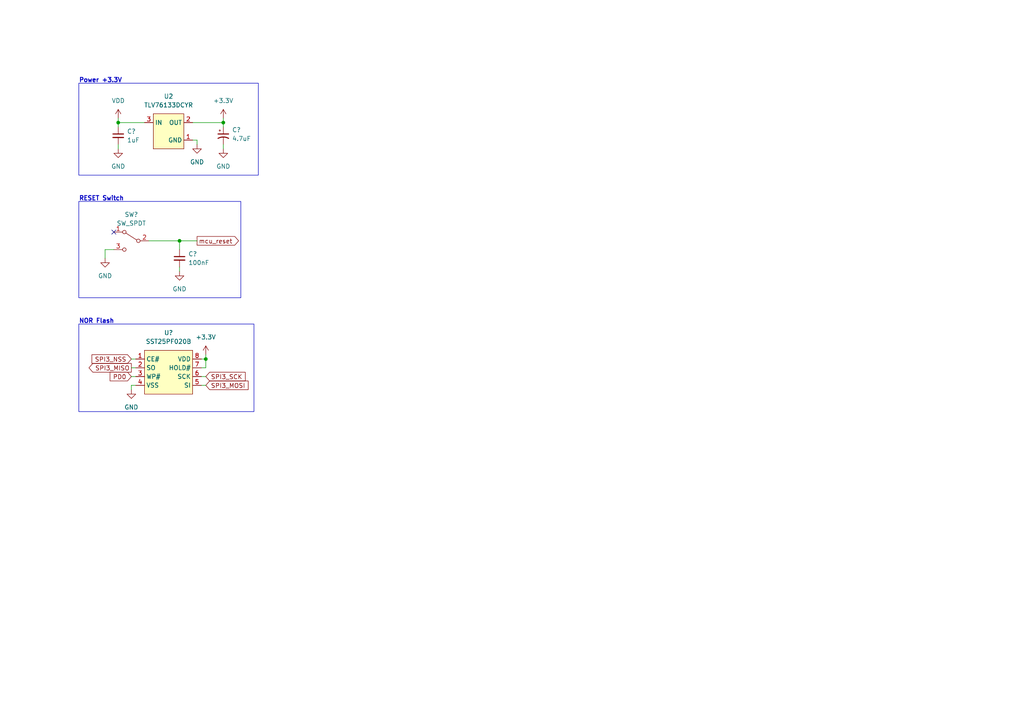
<source format=kicad_sch>
(kicad_sch (version 20230121) (generator eeschema)
  (paper "A4")
  (title_block (title "STM32G4 MAZE V1.0") (date "2023-08-16") (company "MAZE"))
  (lib_symbols
    (symbol "Device:C_Polarized_Small_US" (pin_numbers hide) (pin_names (offset 0.254) hide)
      (property "Reference" "C" (at 0.254 1.778 0))
      (property "Value" "C_Polarized_Small_US" (at 0.254 -2.032 0))
      (symbol "C_Polarized_Small_US_0_1"
        (polyline (pts (xy -1.524 0.508) (xy 1.524 0.508)) (stroke (width 0.3048)))
        (polyline (pts (xy -1.27 1.524) (xy -0.762 1.524)))
        (polyline (pts (xy -1.016 1.27) (xy -1.016 1.778)))
        (arc (start 1.524 -0.762) (mid 0 -0.3734) (end -1.524 -0.762) (stroke (width 0.3048)))
      )
      (symbol "C_Polarized_Small_US_1_1"
        (pin passive line (at 0 2.54 270) (length 2.032) (name "~") (number "1"))
        (pin passive line (at 0 -2.54 90) (length 2.032) (name "~") (number "2"))
      )
    )
    (symbol "Device:C_Small" (pin_numbers hide) (pin_names (offset 0.254) hide)
      (property "Reference" "C" (at 0.254 1.778 0))
      (property "Value" "C_Small" (at 0.254 -2.032 0))
      (symbol "C_Small_0_1"
        (polyline (pts (xy -1.524 -0.508) (xy 1.524 -0.508)) (stroke (width 0.3302)))
        (polyline (pts (xy -1.524 0.508) (xy 1.524 0.508)) (stroke (width 0.3048)))
      )
      (symbol "C_Small_1_1"
        (pin passive line (at 0 2.54 270) (length 2.032) (name "~") (number "1"))
        (pin passive line (at 0 -2.54 90) (length 2.032) (name "~") (number "2"))
      )
    )
    (symbol "HS_LDO:TLV76133DCYR"
      (property "Reference" "U" (at 0 0 0))
      (property "Value" "TLV76133DCYR" (at 0 0 0))
      (symbol "TLV76133DCYR_1_1"
        (rectangle (start 0 0) (end 8.89 -10.16) (fill (type background)))
        (pin power_in line (at 11.43 -7.62 180) (length 2.54) (name "GND") (number "1"))
        (pin power_out line (at 11.43 -2.54 180) (length 2.54) (name "OUT") (number "2"))
        (pin power_in line (at -2.54 -2.54 0) (length 2.54) (name "IN") (number "3"))
      )
    )
    (symbol "HS_Memory_Flash:SST25PF020B"
      (property "Reference" "U" (at 0 1.27 0))
      (property "Value" "SST25PF020B" (at 0 0 0))
      (symbol "SST25PF020B_1_1"
        (rectangle (start 0 0) (end 13.97 -12.7) (fill (type background)))
        (pin input line (at -2.54 -2.54 0) (length 2.54) (name "CE#") (number "1"))
        (pin output line (at -2.54 -5.08 0) (length 2.54) (name "SO") (number "2"))
        (pin bidirectional line (at -2.54 -7.62 0) (length 2.54) (name "WP#") (number "3"))
        (pin power_in line (at -2.54 -10.16 0) (length 2.54) (name "VSS") (number "4"))
        (pin input line (at 16.51 -10.16 180) (length 2.54) (name "SI") (number "5"))
        (pin input line (at 16.51 -7.62 180) (length 2.54) (name "SCK") (number "6"))
        (pin input line (at 16.51 -5.08 180) (length 2.54) (name "HOLD#") (number "7"))
        (pin power_in line (at 16.51 -2.54 180) (length 2.54) (name "VDD") (number "8"))
      )
    )
    (symbol "Switch:SW_SPDT" (pin_names (offset 0) hide)
      (property "Reference" "SW" (at 0 4.318 0))
      (property "Value" "SW_SPDT" (at 0 -5.08 0))
      (symbol "SW_SPDT_0_0"
        (circle (center -2.032 0) (radius 0.508))
        (circle (center 2.032 -2.54) (radius 0.508))
      )
      (symbol "SW_SPDT_0_1"
        (polyline (pts (xy -1.524 0.254) (xy 1.651 2.286)))
        (circle (center 2.032 2.54) (radius 0.508))
      )
      (symbol "SW_SPDT_1_1"
        (pin passive line (at 5.08 2.54 180) (length 2.54) (name "A") (number "1"))
        (pin passive line (at -5.08 0 0) (length 2.54) (name "B") (number "2"))
        (pin passive line (at 5.08 -2.54 180) (length 2.54) (name "C") (number "3"))
      )
    )
    (symbol "power:+3.3V" (power) (pin_names (offset 0))
      (property "Value" "+3.3V" (at 0 3.556 0))
      (symbol "+3.3V_0_1"
        (polyline (pts (xy -0.762 1.27) (xy 0 2.54)))
        (polyline (pts (xy 0 0) (xy 0 2.54)))
        (polyline (pts (xy 0 2.54) (xy 0.762 1.27)))
      )
      (symbol "+3.3V_1_1"
        (pin power_in line (at 0 0 90) (length 0) hide (name "+3.3V") (number "1"))
      )
    )
    (symbol "power:GND" (power) (pin_names (offset 0))
      (property "Value" "GND" (at 0 -3.81 0))
      (symbol "GND_0_1"
        (polyline (pts (xy 0 0) (xy 0 -1.27) (xy 1.27 -1.27) (xy 0 -2.54) (xy -1.27 -1.27) (xy 0 -1.27)))
      )
      (symbol "GND_1_1"
        (pin power_in line (at 0 0 270) (length 0) hide (name "GND") (number "1"))
      )
    )
    (symbol "power:VDD" (power) (pin_names (offset 0))
      (property "Value" "VDD" (at 0 3.81 0))
      (symbol "VDD_0_1"
        (polyline (pts (xy -0.762 1.27) (xy 0 2.54)))
        (polyline (pts (xy 0 0) (xy 0 2.54)))
        (polyline (pts (xy 0 2.54) (xy 0.762 1.27)))
      )
      (symbol "VDD_1_1"
        (pin power_in line (at 0 0 90) (length 0) hide (name "VDD") (number "1"))
      )
    )
  )
  (junction (at 34.29 35.56))
  (junction (at 52.07 69.85))
  (junction (at 59.69 104.14))
  (junction (at 64.77 35.56))
  (no_connect (at 33.02 67.31))
  (wire (pts (xy 52.07 69.85) (xy 57.15 69.85)))
  (wire (pts (xy 57.15 40.64) (xy 57.15 41.91)))
  (wire (pts (xy 38.1 111.76) (xy 38.1 113.03)))
  (wire (pts (xy 59.69 104.14) (xy 59.69 102.87)))
  (wire (pts (xy 59.69 104.14) (xy 58.42 104.14)))
  (wire (pts (xy 59.69 111.76) (xy 58.42 111.76)))
  (wire (pts (xy 58.42 106.68) (xy 59.69 106.68)))
  (wire (pts (xy 39.37 111.76) (xy 38.1 111.76)))
  (wire (pts (xy 59.69 106.68) (xy 59.69 104.14)))
  (wire (pts (xy 52.07 69.85) (xy 52.07 72.39)))
  (wire (pts (xy 30.48 72.39) (xy 30.48 74.93)))
  (wire (pts (xy 34.29 35.56) (xy 34.29 36.83)))
  (wire (pts (xy 55.88 35.56) (xy 64.77 35.56)))
  (wire (pts (xy 64.77 35.56) (xy 64.77 36.83)))
  (wire (pts (xy 59.69 109.22) (xy 58.42 109.22)))
  (wire (pts (xy 55.88 40.64) (xy 57.15 40.64)))
  (wire (pts (xy 41.91 35.56) (xy 34.29 35.56)))
  (wire (pts (xy 34.29 43.18) (xy 34.29 41.91)))
  (wire (pts (xy 64.77 35.56) (xy 64.77 34.29)))
  (wire (pts (xy 38.1 109.22) (xy 39.37 109.22)))
  (wire (pts (xy 43.18 69.85) (xy 52.07 69.85)))
  (wire (pts (xy 33.02 72.39) (xy 30.48 72.39)))
  (wire (pts (xy 38.1 106.68) (xy 39.37 106.68)))
  (wire (pts (xy 38.1 104.14) (xy 39.37 104.14)))
  (wire (pts (xy 34.29 35.56) (xy 34.29 34.29)))
  (wire (pts (xy 52.07 77.47) (xy 52.07 78.74)))
  (wire (pts (xy 64.77 41.91) (xy 64.77 43.18)))
  (rectangle (start 22.86 58.42) (end 69.85 86.36))
  (rectangle (start 22.86 93.98) (end 73.66 119.38))
  (rectangle (start 22.86 24.13) (end 74.93 50.8))
  (text "RESET Switch" (at 22.86 58.42 0) (effects (font (size 1.27 1.27) (thickness 0.254) bold) (justify left bottom)))
  (text "NOR Flash" (at 22.86 93.98 0) (effects (font (size 1.27 1.27) (thickness 0.254) bold) (justify left bottom)))
  (text "Power +3.3V" (at 22.86 24.13 0) (effects (font (size 1.27 1.27) (thickness 0.254) bold) (justify left bottom)))
  (global_label "PD0" (shape input) (at 38.1 109.22 180) (property "Intersheetrefs" "${INTERSHEET_REFS}" (effects hide)))
  (global_label "SPI3_MISO" (shape output) (at 38.1 106.68 180) (property "Intersheetrefs" "${INTERSHEET_REFS}" (effects hide)))
  (global_label "mcu_reset" (shape output) (at 57.15 69.85 0) (property "Intersheetrefs" "${INTERSHEET_REFS}" (effects hide)))
  (global_label "SPI3_SCK" (shape input) (at 59.69 109.22 0) (property "Intersheetrefs" "${INTERSHEET_REFS}" (effects hide)))
  (global_label "SPI3_NSS" (shape input) (at 38.1 104.14 180) (property "Intersheetrefs" "${INTERSHEET_REFS}" (effects hide)))
  (global_label "SPI3_MOSI" (shape input) (at 59.69 111.76 0) (property "Intersheetrefs" "${INTERSHEET_REFS}" (effects hide)))
  (symbol (lib_id "power:GND") (at 34.29 43.18 0) (unit 1)
    (property "Reference" "#PWR?" (effects hide))
    (property "Value" "GND" (at 34.29 48.26 0))
    (instances (project "STM32G4 MAZE" (path "" (reference "#PWR?") (unit 1)) (path "" (reference "#PWR039") (unit 1))) (project "Lemmiwinks" (path "" (reference "#PWR?") (unit 1))))
  )
  (symbol (lib_id "power:GND") (at 30.48 74.93 0) (unit 1)
    (property "Reference" "#PWR?" (effects hide))
    (property "Value" "GND" (at 30.48 80.01 0))
    (instances (project "STM32G4 MAZE" (path "" (reference "#PWR?") (unit 1)) (path "" (reference "#PWR041") (unit 1))) (project "Lemmiwinks" (path "" (reference "#PWR?") (unit 1))))
  )
  (symbol (lib_id "Device:C_Small") (at 52.07 74.93 0) (unit 1)
    (property "Reference" "C?" (at 54.61 73.6663 0) (effects (justify left)))
    (property "Value" "100nF" (at 54.61 76.2063 0) (effects (justify left)))
    (property "Footprint" "SMD_HS:0603_1608_C_HandSolder" (effects hide))
    (instances (project "STM32G4 MAZE" (path "" (reference "C?") (unit 1)) (path "" (reference "C17") (unit 1))))
  )
  (symbol (lib_id "power:GND") (at 38.1 113.03 0) (unit 1)
    (property "Reference" "#PWR?" (effects hide))
    (property "Value" "GND" (at 38.1 118.11 0))
    (instances (project "STM32G4 MAZE" (path "" (reference "#PWR?") (unit 1)) (path "" (reference "#PWR?") (unit 1)) (path "" (reference "#PWR044") (unit 1))) (project "Lemmiwinks" (path "" (reference "#PWR?") (unit 1))))
  )
  (symbol (lib_id "HS_Memory_Flash:SST25PF020B") (at 41.91 101.6 0) (unit 1)
    (property "Reference" "U?" (at 48.895 96.52 0))
    (property "Value" "SST25PF020B" (at 48.895 99.06 0))
    (property "Footprint" "Package_SO_HS:SOIC-8_5x6mm_P1.27mm" (effects hide))
    (property "Datasheet" "https://ww1.microchip.com/downloads/aemDocuments/documents/OTH/ProductDocuments/DataSheets/20005135C.pdf" (effects hide))
    (instances (project "STM32G4 MAZE" (path "" (reference "U?") (unit 1)) (path "" (reference "U3") (unit 1))))
  )
  (symbol (lib_id "Device:C_Polarized_Small_US") (at 64.77 39.37 0) (unit 1)
    (property "Reference" "C?" (at 67.31 37.6682 0) (effects (justify left)))
    (property "Value" "4.7uF" (at 67.31 40.2082 0) (effects (justify left)))
    (property "Footprint" "SMD_HS:1206_3216_C_Polarized_HandSolder" (effects hide))
    (property "Datasheet" "https://www.mouser.kr/datasheet/2/212/1/KEM_T2005_T491-1093550.pdf" (effects hide))
    (instances (project "STM32G4 MAZE" (path "" (reference "C?") (unit 1)) (path "" (reference "C16") (unit 1))))
  )
  (symbol (lib_id "power:+3.3V") (at 64.77 34.29 0) (unit 1)
    (property "Reference" "#PWR01" (effects hide))
    (property "Value" "+3.3V" (at 64.77 29.21 0))
    (instances (project "STM32G4 MAZE" (path "" (reference "#PWR01") (unit 1)) (path "" (reference "#PWR045") (unit 1))))
  )
  (symbol (lib_id "power:GND") (at 64.77 43.18 0) (unit 1)
    (property "Reference" "#PWR?" (effects hide))
    (property "Value" "GND" (at 64.77 48.26 0))
    (instances (project "STM32G4 MAZE" (path "" (reference "#PWR?") (unit 1)) (path "" (reference "#PWR040") (unit 1))) (project "Lemmiwinks" (path "" (reference "#PWR?") (unit 1))))
  )
  (symbol (lib_id "power:VDD") (at 34.29 34.29 0) (unit 1)
    (property "Reference" "#PWR036" (effects hide))
    (property "Value" "VDD" (at 34.29 29.21 0))
  )
  (symbol (lib_id "power:GND") (at 52.07 78.74 0) (unit 1)
    (property "Reference" "#PWR?" (effects hide))
    (property "Value" "GND" (at 52.07 83.82 0))
    (instances (project "STM32G4 MAZE" (path "" (reference "#PWR?") (unit 1)) (path "" (reference "#PWR042") (unit 1))) (project "Lemmiwinks" (path "" (reference "#PWR?") (unit 1))))
  )
  (symbol (lib_id "HS_LDO:TLV76133DCYR") (at 44.45 33.02 0) (unit 1)
    (property "Reference" "U2" (at 48.895 27.94 0))
    (property "Value" "TLV76133DCYR" (at 48.895 30.48 0))
    (property "Footprint" "Package_TO_SOT_SMD_HS:SOT-223" (effects hide))
  )
  (symbol (lib_id "power:+3.3V") (at 59.69 102.87 0) (unit 1)
    (property "Reference" "#PWR01" (effects hide))
    (property "Value" "+3.3V" (at 59.69 97.79 0))
    (instances (project "STM32G4 MAZE" (path "" (reference "#PWR01") (unit 1)) (path "" (reference "#PWR037") (unit 1))))
  )
  (symbol (lib_id "Switch:SW_SPDT") (at 38.1 69.85 0) (mirror y) (unit 1)
    (property "Reference" "SW?" (at 38.1 62.23 0))
    (property "Value" "SW_SPDT" (at 38.1 64.77 0))
    (property "Footprint" "Button_Switch_THT_HS:SW_Micro" (effects hide))
    (instances (project "STM32G4 MAZE" (path "" (reference "SW?") (unit 1)) (path "" (reference "SW1") (unit 1))))
  )
  (symbol (lib_id "power:GND") (at 57.15 41.91 0) (unit 1)
    (property "Reference" "#PWR?" (effects hide))
    (property "Value" "GND" (at 57.15 46.99 0))
    (instances (project "STM32G4 MAZE" (path "" (reference "#PWR?") (unit 1)) (path "" (reference "#PWR038") (unit 1))) (project "Lemmiwinks" (path "" (reference "#PWR?") (unit 1))))
  )
  (symbol (lib_id "Device:C_Small") (at 34.29 39.37 0) (unit 1)
    (property "Reference" "C?" (at 36.83 38.1063 0) (effects (justify left)))
    (property "Value" "1uF" (at 36.83 40.6463 0) (effects (justify left)))
    (property "Footprint" "SMD_HS:0603_1608_C_HandSolder" (effects hide))
    (instances (project "STM32G4 MAZE" (path "" (reference "C?") (unit 1)) (path "" (reference "C15") (unit 1))))
  )
)
</source>
